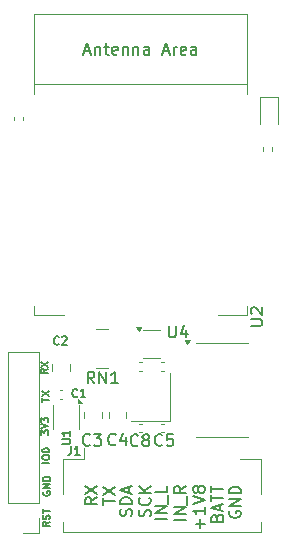
<source format=gbr>
%TF.GenerationSoftware,KiCad,Pcbnew,8.0.2-1*%
%TF.CreationDate,2025-02-04T16:39:29+07:00*%
%TF.ProjectId,ESP32-iPod-BLE,45535033-322d-4695-906f-642d424c452e,rev?*%
%TF.SameCoordinates,Original*%
%TF.FileFunction,Legend,Top*%
%TF.FilePolarity,Positive*%
%FSLAX46Y46*%
G04 Gerber Fmt 4.6, Leading zero omitted, Abs format (unit mm)*
G04 Created by KiCad (PCBNEW 8.0.2-1) date 2025-02-04 16:39:29*
%MOMM*%
%LPD*%
G01*
G04 APERTURE LIST*
%ADD10C,0.150000*%
%ADD11C,0.200000*%
%ADD12C,0.120000*%
G04 APERTURE END LIST*
D10*
X107278771Y-93225601D02*
X106993057Y-93425601D01*
X107278771Y-93568458D02*
X106678771Y-93568458D01*
X106678771Y-93568458D02*
X106678771Y-93339887D01*
X106678771Y-93339887D02*
X106707342Y-93282744D01*
X106707342Y-93282744D02*
X106735914Y-93254173D01*
X106735914Y-93254173D02*
X106793057Y-93225601D01*
X106793057Y-93225601D02*
X106878771Y-93225601D01*
X106878771Y-93225601D02*
X106935914Y-93254173D01*
X106935914Y-93254173D02*
X106964485Y-93282744D01*
X106964485Y-93282744D02*
X106993057Y-93339887D01*
X106993057Y-93339887D02*
X106993057Y-93568458D01*
X106678771Y-93025601D02*
X107278771Y-92625601D01*
X106678771Y-92625601D02*
X107278771Y-93025601D01*
X106778771Y-95994173D02*
X106778771Y-95651316D01*
X107378771Y-95822744D02*
X106778771Y-95822744D01*
X106778771Y-95508458D02*
X107378771Y-95108458D01*
X106778771Y-95108458D02*
X107378771Y-95508458D01*
X106728771Y-98795601D02*
X106728771Y-98424173D01*
X106728771Y-98424173D02*
X106957342Y-98624173D01*
X106957342Y-98624173D02*
X106957342Y-98538458D01*
X106957342Y-98538458D02*
X106985914Y-98481316D01*
X106985914Y-98481316D02*
X107014485Y-98452744D01*
X107014485Y-98452744D02*
X107071628Y-98424173D01*
X107071628Y-98424173D02*
X107214485Y-98424173D01*
X107214485Y-98424173D02*
X107271628Y-98452744D01*
X107271628Y-98452744D02*
X107300200Y-98481316D01*
X107300200Y-98481316D02*
X107328771Y-98538458D01*
X107328771Y-98538458D02*
X107328771Y-98709887D01*
X107328771Y-98709887D02*
X107300200Y-98767030D01*
X107300200Y-98767030D02*
X107271628Y-98795601D01*
X106728771Y-98252744D02*
X107328771Y-98052744D01*
X107328771Y-98052744D02*
X106728771Y-97852744D01*
X106728771Y-97709886D02*
X106728771Y-97338458D01*
X106728771Y-97338458D02*
X106957342Y-97538458D01*
X106957342Y-97538458D02*
X106957342Y-97452743D01*
X106957342Y-97452743D02*
X106985914Y-97395601D01*
X106985914Y-97395601D02*
X107014485Y-97367029D01*
X107014485Y-97367029D02*
X107071628Y-97338458D01*
X107071628Y-97338458D02*
X107214485Y-97338458D01*
X107214485Y-97338458D02*
X107271628Y-97367029D01*
X107271628Y-97367029D02*
X107300200Y-97395601D01*
X107300200Y-97395601D02*
X107328771Y-97452743D01*
X107328771Y-97452743D02*
X107328771Y-97624172D01*
X107328771Y-97624172D02*
X107300200Y-97681315D01*
X107300200Y-97681315D02*
X107271628Y-97709886D01*
X107408771Y-101168458D02*
X106808771Y-101168458D01*
X106808771Y-100768459D02*
X106808771Y-100654173D01*
X106808771Y-100654173D02*
X106837342Y-100597030D01*
X106837342Y-100597030D02*
X106894485Y-100539887D01*
X106894485Y-100539887D02*
X107008771Y-100511316D01*
X107008771Y-100511316D02*
X107208771Y-100511316D01*
X107208771Y-100511316D02*
X107323057Y-100539887D01*
X107323057Y-100539887D02*
X107380200Y-100597030D01*
X107380200Y-100597030D02*
X107408771Y-100654173D01*
X107408771Y-100654173D02*
X107408771Y-100768459D01*
X107408771Y-100768459D02*
X107380200Y-100825602D01*
X107380200Y-100825602D02*
X107323057Y-100882744D01*
X107323057Y-100882744D02*
X107208771Y-100911316D01*
X107208771Y-100911316D02*
X107008771Y-100911316D01*
X107008771Y-100911316D02*
X106894485Y-100882744D01*
X106894485Y-100882744D02*
X106837342Y-100825602D01*
X106837342Y-100825602D02*
X106808771Y-100768459D01*
X106808771Y-100139888D02*
X106808771Y-100082745D01*
X106808771Y-100082745D02*
X106837342Y-100025602D01*
X106837342Y-100025602D02*
X106865914Y-99997031D01*
X106865914Y-99997031D02*
X106923057Y-99968459D01*
X106923057Y-99968459D02*
X107037342Y-99939888D01*
X107037342Y-99939888D02*
X107180200Y-99939888D01*
X107180200Y-99939888D02*
X107294485Y-99968459D01*
X107294485Y-99968459D02*
X107351628Y-99997031D01*
X107351628Y-99997031D02*
X107380200Y-100025602D01*
X107380200Y-100025602D02*
X107408771Y-100082745D01*
X107408771Y-100082745D02*
X107408771Y-100139888D01*
X107408771Y-100139888D02*
X107380200Y-100197031D01*
X107380200Y-100197031D02*
X107351628Y-100225602D01*
X107351628Y-100225602D02*
X107294485Y-100254173D01*
X107294485Y-100254173D02*
X107180200Y-100282745D01*
X107180200Y-100282745D02*
X107037342Y-100282745D01*
X107037342Y-100282745D02*
X106923057Y-100254173D01*
X106923057Y-100254173D02*
X106865914Y-100225602D01*
X106865914Y-100225602D02*
X106837342Y-100197031D01*
X106837342Y-100197031D02*
X106808771Y-100139888D01*
X106887342Y-103594173D02*
X106858771Y-103651316D01*
X106858771Y-103651316D02*
X106858771Y-103737030D01*
X106858771Y-103737030D02*
X106887342Y-103822744D01*
X106887342Y-103822744D02*
X106944485Y-103879887D01*
X106944485Y-103879887D02*
X107001628Y-103908458D01*
X107001628Y-103908458D02*
X107115914Y-103937030D01*
X107115914Y-103937030D02*
X107201628Y-103937030D01*
X107201628Y-103937030D02*
X107315914Y-103908458D01*
X107315914Y-103908458D02*
X107373057Y-103879887D01*
X107373057Y-103879887D02*
X107430200Y-103822744D01*
X107430200Y-103822744D02*
X107458771Y-103737030D01*
X107458771Y-103737030D02*
X107458771Y-103679887D01*
X107458771Y-103679887D02*
X107430200Y-103594173D01*
X107430200Y-103594173D02*
X107401628Y-103565601D01*
X107401628Y-103565601D02*
X107201628Y-103565601D01*
X107201628Y-103565601D02*
X107201628Y-103679887D01*
X107458771Y-103308458D02*
X106858771Y-103308458D01*
X106858771Y-103308458D02*
X107458771Y-102965601D01*
X107458771Y-102965601D02*
X106858771Y-102965601D01*
X107458771Y-102679887D02*
X106858771Y-102679887D01*
X106858771Y-102679887D02*
X106858771Y-102537030D01*
X106858771Y-102537030D02*
X106887342Y-102451316D01*
X106887342Y-102451316D02*
X106944485Y-102394173D01*
X106944485Y-102394173D02*
X107001628Y-102365602D01*
X107001628Y-102365602D02*
X107115914Y-102337030D01*
X107115914Y-102337030D02*
X107201628Y-102337030D01*
X107201628Y-102337030D02*
X107315914Y-102365602D01*
X107315914Y-102365602D02*
X107373057Y-102394173D01*
X107373057Y-102394173D02*
X107430200Y-102451316D01*
X107430200Y-102451316D02*
X107458771Y-102537030D01*
X107458771Y-102537030D02*
X107458771Y-102679887D01*
D11*
X121603409Y-105806993D02*
X121651028Y-105664136D01*
X121651028Y-105664136D02*
X121698647Y-105616517D01*
X121698647Y-105616517D02*
X121793885Y-105568898D01*
X121793885Y-105568898D02*
X121936742Y-105568898D01*
X121936742Y-105568898D02*
X122031980Y-105616517D01*
X122031980Y-105616517D02*
X122079600Y-105664136D01*
X122079600Y-105664136D02*
X122127219Y-105759374D01*
X122127219Y-105759374D02*
X122127219Y-106140326D01*
X122127219Y-106140326D02*
X121127219Y-106140326D01*
X121127219Y-106140326D02*
X121127219Y-105806993D01*
X121127219Y-105806993D02*
X121174838Y-105711755D01*
X121174838Y-105711755D02*
X121222457Y-105664136D01*
X121222457Y-105664136D02*
X121317695Y-105616517D01*
X121317695Y-105616517D02*
X121412933Y-105616517D01*
X121412933Y-105616517D02*
X121508171Y-105664136D01*
X121508171Y-105664136D02*
X121555790Y-105711755D01*
X121555790Y-105711755D02*
X121603409Y-105806993D01*
X121603409Y-105806993D02*
X121603409Y-106140326D01*
X121841504Y-105187945D02*
X121841504Y-104711755D01*
X122127219Y-105283183D02*
X121127219Y-104949850D01*
X121127219Y-104949850D02*
X122127219Y-104616517D01*
X121127219Y-104426040D02*
X121127219Y-103854612D01*
X122127219Y-104140326D02*
X121127219Y-104140326D01*
X121127219Y-103664135D02*
X121127219Y-103092707D01*
X122127219Y-103378421D02*
X121127219Y-103378421D01*
X115939600Y-105697945D02*
X115987219Y-105555088D01*
X115987219Y-105555088D02*
X115987219Y-105316993D01*
X115987219Y-105316993D02*
X115939600Y-105221755D01*
X115939600Y-105221755D02*
X115891980Y-105174136D01*
X115891980Y-105174136D02*
X115796742Y-105126517D01*
X115796742Y-105126517D02*
X115701504Y-105126517D01*
X115701504Y-105126517D02*
X115606266Y-105174136D01*
X115606266Y-105174136D02*
X115558647Y-105221755D01*
X115558647Y-105221755D02*
X115511028Y-105316993D01*
X115511028Y-105316993D02*
X115463409Y-105507469D01*
X115463409Y-105507469D02*
X115415790Y-105602707D01*
X115415790Y-105602707D02*
X115368171Y-105650326D01*
X115368171Y-105650326D02*
X115272933Y-105697945D01*
X115272933Y-105697945D02*
X115177695Y-105697945D01*
X115177695Y-105697945D02*
X115082457Y-105650326D01*
X115082457Y-105650326D02*
X115034838Y-105602707D01*
X115034838Y-105602707D02*
X114987219Y-105507469D01*
X114987219Y-105507469D02*
X114987219Y-105269374D01*
X114987219Y-105269374D02*
X115034838Y-105126517D01*
X115891980Y-104126517D02*
X115939600Y-104174136D01*
X115939600Y-104174136D02*
X115987219Y-104316993D01*
X115987219Y-104316993D02*
X115987219Y-104412231D01*
X115987219Y-104412231D02*
X115939600Y-104555088D01*
X115939600Y-104555088D02*
X115844361Y-104650326D01*
X115844361Y-104650326D02*
X115749123Y-104697945D01*
X115749123Y-104697945D02*
X115558647Y-104745564D01*
X115558647Y-104745564D02*
X115415790Y-104745564D01*
X115415790Y-104745564D02*
X115225314Y-104697945D01*
X115225314Y-104697945D02*
X115130076Y-104650326D01*
X115130076Y-104650326D02*
X115034838Y-104555088D01*
X115034838Y-104555088D02*
X114987219Y-104412231D01*
X114987219Y-104412231D02*
X114987219Y-104316993D01*
X114987219Y-104316993D02*
X115034838Y-104174136D01*
X115034838Y-104174136D02*
X115082457Y-104126517D01*
X115987219Y-103697945D02*
X114987219Y-103697945D01*
X115987219Y-103126517D02*
X115415790Y-103555088D01*
X114987219Y-103126517D02*
X115558647Y-103697945D01*
X120196266Y-106690326D02*
X120196266Y-105928422D01*
X120577219Y-106309374D02*
X119815314Y-106309374D01*
X120577219Y-104928422D02*
X120577219Y-105499850D01*
X120577219Y-105214136D02*
X119577219Y-105214136D01*
X119577219Y-105214136D02*
X119720076Y-105309374D01*
X119720076Y-105309374D02*
X119815314Y-105404612D01*
X119815314Y-105404612D02*
X119862933Y-105499850D01*
X119577219Y-104642707D02*
X120577219Y-104309374D01*
X120577219Y-104309374D02*
X119577219Y-103976041D01*
X120005790Y-103499850D02*
X119958171Y-103595088D01*
X119958171Y-103595088D02*
X119910552Y-103642707D01*
X119910552Y-103642707D02*
X119815314Y-103690326D01*
X119815314Y-103690326D02*
X119767695Y-103690326D01*
X119767695Y-103690326D02*
X119672457Y-103642707D01*
X119672457Y-103642707D02*
X119624838Y-103595088D01*
X119624838Y-103595088D02*
X119577219Y-103499850D01*
X119577219Y-103499850D02*
X119577219Y-103309374D01*
X119577219Y-103309374D02*
X119624838Y-103214136D01*
X119624838Y-103214136D02*
X119672457Y-103166517D01*
X119672457Y-103166517D02*
X119767695Y-103118898D01*
X119767695Y-103118898D02*
X119815314Y-103118898D01*
X119815314Y-103118898D02*
X119910552Y-103166517D01*
X119910552Y-103166517D02*
X119958171Y-103214136D01*
X119958171Y-103214136D02*
X120005790Y-103309374D01*
X120005790Y-103309374D02*
X120005790Y-103499850D01*
X120005790Y-103499850D02*
X120053409Y-103595088D01*
X120053409Y-103595088D02*
X120101028Y-103642707D01*
X120101028Y-103642707D02*
X120196266Y-103690326D01*
X120196266Y-103690326D02*
X120386742Y-103690326D01*
X120386742Y-103690326D02*
X120481980Y-103642707D01*
X120481980Y-103642707D02*
X120529600Y-103595088D01*
X120529600Y-103595088D02*
X120577219Y-103499850D01*
X120577219Y-103499850D02*
X120577219Y-103309374D01*
X120577219Y-103309374D02*
X120529600Y-103214136D01*
X120529600Y-103214136D02*
X120481980Y-103166517D01*
X120481980Y-103166517D02*
X120386742Y-103118898D01*
X120386742Y-103118898D02*
X120196266Y-103118898D01*
X120196266Y-103118898D02*
X120101028Y-103166517D01*
X120101028Y-103166517D02*
X120053409Y-103214136D01*
X120053409Y-103214136D02*
X120005790Y-103309374D01*
X111977219Y-104713183D02*
X111977219Y-104141755D01*
X112977219Y-104427469D02*
X111977219Y-104427469D01*
X111977219Y-103903659D02*
X112977219Y-103236993D01*
X111977219Y-103236993D02*
X112977219Y-103903659D01*
D10*
X107448771Y-106175601D02*
X107163057Y-106375601D01*
X107448771Y-106518458D02*
X106848771Y-106518458D01*
X106848771Y-106518458D02*
X106848771Y-106289887D01*
X106848771Y-106289887D02*
X106877342Y-106232744D01*
X106877342Y-106232744D02*
X106905914Y-106204173D01*
X106905914Y-106204173D02*
X106963057Y-106175601D01*
X106963057Y-106175601D02*
X107048771Y-106175601D01*
X107048771Y-106175601D02*
X107105914Y-106204173D01*
X107105914Y-106204173D02*
X107134485Y-106232744D01*
X107134485Y-106232744D02*
X107163057Y-106289887D01*
X107163057Y-106289887D02*
X107163057Y-106518458D01*
X107420200Y-105947030D02*
X107448771Y-105861316D01*
X107448771Y-105861316D02*
X107448771Y-105718458D01*
X107448771Y-105718458D02*
X107420200Y-105661316D01*
X107420200Y-105661316D02*
X107391628Y-105632744D01*
X107391628Y-105632744D02*
X107334485Y-105604173D01*
X107334485Y-105604173D02*
X107277342Y-105604173D01*
X107277342Y-105604173D02*
X107220200Y-105632744D01*
X107220200Y-105632744D02*
X107191628Y-105661316D01*
X107191628Y-105661316D02*
X107163057Y-105718458D01*
X107163057Y-105718458D02*
X107134485Y-105832744D01*
X107134485Y-105832744D02*
X107105914Y-105889887D01*
X107105914Y-105889887D02*
X107077342Y-105918458D01*
X107077342Y-105918458D02*
X107020200Y-105947030D01*
X107020200Y-105947030D02*
X106963057Y-105947030D01*
X106963057Y-105947030D02*
X106905914Y-105918458D01*
X106905914Y-105918458D02*
X106877342Y-105889887D01*
X106877342Y-105889887D02*
X106848771Y-105832744D01*
X106848771Y-105832744D02*
X106848771Y-105689887D01*
X106848771Y-105689887D02*
X106877342Y-105604173D01*
X106848771Y-105432744D02*
X106848771Y-105089887D01*
X107448771Y-105261315D02*
X106848771Y-105261315D01*
D11*
X118987219Y-105990326D02*
X117987219Y-105990326D01*
X118987219Y-105514136D02*
X117987219Y-105514136D01*
X117987219Y-105514136D02*
X118987219Y-104942708D01*
X118987219Y-104942708D02*
X117987219Y-104942708D01*
X119082457Y-104704613D02*
X119082457Y-103942708D01*
X118987219Y-103133184D02*
X118511028Y-103466517D01*
X118987219Y-103704612D02*
X117987219Y-103704612D01*
X117987219Y-103704612D02*
X117987219Y-103323660D01*
X117987219Y-103323660D02*
X118034838Y-103228422D01*
X118034838Y-103228422D02*
X118082457Y-103180803D01*
X118082457Y-103180803D02*
X118177695Y-103133184D01*
X118177695Y-103133184D02*
X118320552Y-103133184D01*
X118320552Y-103133184D02*
X118415790Y-103180803D01*
X118415790Y-103180803D02*
X118463409Y-103228422D01*
X118463409Y-103228422D02*
X118511028Y-103323660D01*
X118511028Y-103323660D02*
X118511028Y-103704612D01*
X111427219Y-104098898D02*
X110951028Y-104432231D01*
X111427219Y-104670326D02*
X110427219Y-104670326D01*
X110427219Y-104670326D02*
X110427219Y-104289374D01*
X110427219Y-104289374D02*
X110474838Y-104194136D01*
X110474838Y-104194136D02*
X110522457Y-104146517D01*
X110522457Y-104146517D02*
X110617695Y-104098898D01*
X110617695Y-104098898D02*
X110760552Y-104098898D01*
X110760552Y-104098898D02*
X110855790Y-104146517D01*
X110855790Y-104146517D02*
X110903409Y-104194136D01*
X110903409Y-104194136D02*
X110951028Y-104289374D01*
X110951028Y-104289374D02*
X110951028Y-104670326D01*
X110427219Y-103765564D02*
X111427219Y-103098898D01*
X110427219Y-103098898D02*
X111427219Y-103765564D01*
X114359600Y-105657945D02*
X114407219Y-105515088D01*
X114407219Y-105515088D02*
X114407219Y-105276993D01*
X114407219Y-105276993D02*
X114359600Y-105181755D01*
X114359600Y-105181755D02*
X114311980Y-105134136D01*
X114311980Y-105134136D02*
X114216742Y-105086517D01*
X114216742Y-105086517D02*
X114121504Y-105086517D01*
X114121504Y-105086517D02*
X114026266Y-105134136D01*
X114026266Y-105134136D02*
X113978647Y-105181755D01*
X113978647Y-105181755D02*
X113931028Y-105276993D01*
X113931028Y-105276993D02*
X113883409Y-105467469D01*
X113883409Y-105467469D02*
X113835790Y-105562707D01*
X113835790Y-105562707D02*
X113788171Y-105610326D01*
X113788171Y-105610326D02*
X113692933Y-105657945D01*
X113692933Y-105657945D02*
X113597695Y-105657945D01*
X113597695Y-105657945D02*
X113502457Y-105610326D01*
X113502457Y-105610326D02*
X113454838Y-105562707D01*
X113454838Y-105562707D02*
X113407219Y-105467469D01*
X113407219Y-105467469D02*
X113407219Y-105229374D01*
X113407219Y-105229374D02*
X113454838Y-105086517D01*
X114407219Y-104657945D02*
X113407219Y-104657945D01*
X113407219Y-104657945D02*
X113407219Y-104419850D01*
X113407219Y-104419850D02*
X113454838Y-104276993D01*
X113454838Y-104276993D02*
X113550076Y-104181755D01*
X113550076Y-104181755D02*
X113645314Y-104134136D01*
X113645314Y-104134136D02*
X113835790Y-104086517D01*
X113835790Y-104086517D02*
X113978647Y-104086517D01*
X113978647Y-104086517D02*
X114169123Y-104134136D01*
X114169123Y-104134136D02*
X114264361Y-104181755D01*
X114264361Y-104181755D02*
X114359600Y-104276993D01*
X114359600Y-104276993D02*
X114407219Y-104419850D01*
X114407219Y-104419850D02*
X114407219Y-104657945D01*
X114121504Y-103705564D02*
X114121504Y-103229374D01*
X114407219Y-103800802D02*
X113407219Y-103467469D01*
X113407219Y-103467469D02*
X114407219Y-103134136D01*
X122674838Y-105266517D02*
X122627219Y-105361755D01*
X122627219Y-105361755D02*
X122627219Y-105504612D01*
X122627219Y-105504612D02*
X122674838Y-105647469D01*
X122674838Y-105647469D02*
X122770076Y-105742707D01*
X122770076Y-105742707D02*
X122865314Y-105790326D01*
X122865314Y-105790326D02*
X123055790Y-105837945D01*
X123055790Y-105837945D02*
X123198647Y-105837945D01*
X123198647Y-105837945D02*
X123389123Y-105790326D01*
X123389123Y-105790326D02*
X123484361Y-105742707D01*
X123484361Y-105742707D02*
X123579600Y-105647469D01*
X123579600Y-105647469D02*
X123627219Y-105504612D01*
X123627219Y-105504612D02*
X123627219Y-105409374D01*
X123627219Y-105409374D02*
X123579600Y-105266517D01*
X123579600Y-105266517D02*
X123531980Y-105218898D01*
X123531980Y-105218898D02*
X123198647Y-105218898D01*
X123198647Y-105218898D02*
X123198647Y-105409374D01*
X123627219Y-104790326D02*
X122627219Y-104790326D01*
X122627219Y-104790326D02*
X123627219Y-104218898D01*
X123627219Y-104218898D02*
X122627219Y-104218898D01*
X123627219Y-103742707D02*
X122627219Y-103742707D01*
X122627219Y-103742707D02*
X122627219Y-103504612D01*
X122627219Y-103504612D02*
X122674838Y-103361755D01*
X122674838Y-103361755D02*
X122770076Y-103266517D01*
X122770076Y-103266517D02*
X122865314Y-103218898D01*
X122865314Y-103218898D02*
X123055790Y-103171279D01*
X123055790Y-103171279D02*
X123198647Y-103171279D01*
X123198647Y-103171279D02*
X123389123Y-103218898D01*
X123389123Y-103218898D02*
X123484361Y-103266517D01*
X123484361Y-103266517D02*
X123579600Y-103361755D01*
X123579600Y-103361755D02*
X123627219Y-103504612D01*
X123627219Y-103504612D02*
X123627219Y-103742707D01*
X117347219Y-105900326D02*
X116347219Y-105900326D01*
X117347219Y-105424136D02*
X116347219Y-105424136D01*
X116347219Y-105424136D02*
X117347219Y-104852708D01*
X117347219Y-104852708D02*
X116347219Y-104852708D01*
X117442457Y-104614613D02*
X117442457Y-103852708D01*
X117347219Y-103138422D02*
X117347219Y-103614612D01*
X117347219Y-103614612D02*
X116347219Y-103614612D01*
D10*
X117538095Y-89554819D02*
X117538095Y-90364342D01*
X117538095Y-90364342D02*
X117585714Y-90459580D01*
X117585714Y-90459580D02*
X117633333Y-90507200D01*
X117633333Y-90507200D02*
X117728571Y-90554819D01*
X117728571Y-90554819D02*
X117919047Y-90554819D01*
X117919047Y-90554819D02*
X118014285Y-90507200D01*
X118014285Y-90507200D02*
X118061904Y-90459580D01*
X118061904Y-90459580D02*
X118109523Y-90364342D01*
X118109523Y-90364342D02*
X118109523Y-89554819D01*
X119014285Y-89888152D02*
X119014285Y-90554819D01*
X118776190Y-89507200D02*
X118538095Y-90221485D01*
X118538095Y-90221485D02*
X119157142Y-90221485D01*
X111219523Y-94434819D02*
X110886190Y-93958628D01*
X110648095Y-94434819D02*
X110648095Y-93434819D01*
X110648095Y-93434819D02*
X111029047Y-93434819D01*
X111029047Y-93434819D02*
X111124285Y-93482438D01*
X111124285Y-93482438D02*
X111171904Y-93530057D01*
X111171904Y-93530057D02*
X111219523Y-93625295D01*
X111219523Y-93625295D02*
X111219523Y-93768152D01*
X111219523Y-93768152D02*
X111171904Y-93863390D01*
X111171904Y-93863390D02*
X111124285Y-93911009D01*
X111124285Y-93911009D02*
X111029047Y-93958628D01*
X111029047Y-93958628D02*
X110648095Y-93958628D01*
X111648095Y-94434819D02*
X111648095Y-93434819D01*
X111648095Y-93434819D02*
X112219523Y-94434819D01*
X112219523Y-94434819D02*
X112219523Y-93434819D01*
X113219523Y-94434819D02*
X112648095Y-94434819D01*
X112933809Y-94434819D02*
X112933809Y-93434819D01*
X112933809Y-93434819D02*
X112838571Y-93577676D01*
X112838571Y-93577676D02*
X112743333Y-93672914D01*
X112743333Y-93672914D02*
X112648095Y-93720533D01*
X114913333Y-99669580D02*
X114865714Y-99717200D01*
X114865714Y-99717200D02*
X114722857Y-99764819D01*
X114722857Y-99764819D02*
X114627619Y-99764819D01*
X114627619Y-99764819D02*
X114484762Y-99717200D01*
X114484762Y-99717200D02*
X114389524Y-99621961D01*
X114389524Y-99621961D02*
X114341905Y-99526723D01*
X114341905Y-99526723D02*
X114294286Y-99336247D01*
X114294286Y-99336247D02*
X114294286Y-99193390D01*
X114294286Y-99193390D02*
X114341905Y-99002914D01*
X114341905Y-99002914D02*
X114389524Y-98907676D01*
X114389524Y-98907676D02*
X114484762Y-98812438D01*
X114484762Y-98812438D02*
X114627619Y-98764819D01*
X114627619Y-98764819D02*
X114722857Y-98764819D01*
X114722857Y-98764819D02*
X114865714Y-98812438D01*
X114865714Y-98812438D02*
X114913333Y-98860057D01*
X115484762Y-99193390D02*
X115389524Y-99145771D01*
X115389524Y-99145771D02*
X115341905Y-99098152D01*
X115341905Y-99098152D02*
X115294286Y-99002914D01*
X115294286Y-99002914D02*
X115294286Y-98955295D01*
X115294286Y-98955295D02*
X115341905Y-98860057D01*
X115341905Y-98860057D02*
X115389524Y-98812438D01*
X115389524Y-98812438D02*
X115484762Y-98764819D01*
X115484762Y-98764819D02*
X115675238Y-98764819D01*
X115675238Y-98764819D02*
X115770476Y-98812438D01*
X115770476Y-98812438D02*
X115818095Y-98860057D01*
X115818095Y-98860057D02*
X115865714Y-98955295D01*
X115865714Y-98955295D02*
X115865714Y-99002914D01*
X115865714Y-99002914D02*
X115818095Y-99098152D01*
X115818095Y-99098152D02*
X115770476Y-99145771D01*
X115770476Y-99145771D02*
X115675238Y-99193390D01*
X115675238Y-99193390D02*
X115484762Y-99193390D01*
X115484762Y-99193390D02*
X115389524Y-99241009D01*
X115389524Y-99241009D02*
X115341905Y-99288628D01*
X115341905Y-99288628D02*
X115294286Y-99383866D01*
X115294286Y-99383866D02*
X115294286Y-99574342D01*
X115294286Y-99574342D02*
X115341905Y-99669580D01*
X115341905Y-99669580D02*
X115389524Y-99717200D01*
X115389524Y-99717200D02*
X115484762Y-99764819D01*
X115484762Y-99764819D02*
X115675238Y-99764819D01*
X115675238Y-99764819D02*
X115770476Y-99717200D01*
X115770476Y-99717200D02*
X115818095Y-99669580D01*
X115818095Y-99669580D02*
X115865714Y-99574342D01*
X115865714Y-99574342D02*
X115865714Y-99383866D01*
X115865714Y-99383866D02*
X115818095Y-99288628D01*
X115818095Y-99288628D02*
X115770476Y-99241009D01*
X115770476Y-99241009D02*
X115675238Y-99193390D01*
X116963333Y-99639580D02*
X116915714Y-99687200D01*
X116915714Y-99687200D02*
X116772857Y-99734819D01*
X116772857Y-99734819D02*
X116677619Y-99734819D01*
X116677619Y-99734819D02*
X116534762Y-99687200D01*
X116534762Y-99687200D02*
X116439524Y-99591961D01*
X116439524Y-99591961D02*
X116391905Y-99496723D01*
X116391905Y-99496723D02*
X116344286Y-99306247D01*
X116344286Y-99306247D02*
X116344286Y-99163390D01*
X116344286Y-99163390D02*
X116391905Y-98972914D01*
X116391905Y-98972914D02*
X116439524Y-98877676D01*
X116439524Y-98877676D02*
X116534762Y-98782438D01*
X116534762Y-98782438D02*
X116677619Y-98734819D01*
X116677619Y-98734819D02*
X116772857Y-98734819D01*
X116772857Y-98734819D02*
X116915714Y-98782438D01*
X116915714Y-98782438D02*
X116963333Y-98830057D01*
X117868095Y-98734819D02*
X117391905Y-98734819D01*
X117391905Y-98734819D02*
X117344286Y-99211009D01*
X117344286Y-99211009D02*
X117391905Y-99163390D01*
X117391905Y-99163390D02*
X117487143Y-99115771D01*
X117487143Y-99115771D02*
X117725238Y-99115771D01*
X117725238Y-99115771D02*
X117820476Y-99163390D01*
X117820476Y-99163390D02*
X117868095Y-99211009D01*
X117868095Y-99211009D02*
X117915714Y-99306247D01*
X117915714Y-99306247D02*
X117915714Y-99544342D01*
X117915714Y-99544342D02*
X117868095Y-99639580D01*
X117868095Y-99639580D02*
X117820476Y-99687200D01*
X117820476Y-99687200D02*
X117725238Y-99734819D01*
X117725238Y-99734819D02*
X117487143Y-99734819D01*
X117487143Y-99734819D02*
X117391905Y-99687200D01*
X117391905Y-99687200D02*
X117344286Y-99639580D01*
X113023333Y-99589580D02*
X112975714Y-99637200D01*
X112975714Y-99637200D02*
X112832857Y-99684819D01*
X112832857Y-99684819D02*
X112737619Y-99684819D01*
X112737619Y-99684819D02*
X112594762Y-99637200D01*
X112594762Y-99637200D02*
X112499524Y-99541961D01*
X112499524Y-99541961D02*
X112451905Y-99446723D01*
X112451905Y-99446723D02*
X112404286Y-99256247D01*
X112404286Y-99256247D02*
X112404286Y-99113390D01*
X112404286Y-99113390D02*
X112451905Y-98922914D01*
X112451905Y-98922914D02*
X112499524Y-98827676D01*
X112499524Y-98827676D02*
X112594762Y-98732438D01*
X112594762Y-98732438D02*
X112737619Y-98684819D01*
X112737619Y-98684819D02*
X112832857Y-98684819D01*
X112832857Y-98684819D02*
X112975714Y-98732438D01*
X112975714Y-98732438D02*
X113023333Y-98780057D01*
X113880476Y-99018152D02*
X113880476Y-99684819D01*
X113642381Y-98637200D02*
X113404286Y-99351485D01*
X113404286Y-99351485D02*
X114023333Y-99351485D01*
X110843333Y-99619580D02*
X110795714Y-99667200D01*
X110795714Y-99667200D02*
X110652857Y-99714819D01*
X110652857Y-99714819D02*
X110557619Y-99714819D01*
X110557619Y-99714819D02*
X110414762Y-99667200D01*
X110414762Y-99667200D02*
X110319524Y-99571961D01*
X110319524Y-99571961D02*
X110271905Y-99476723D01*
X110271905Y-99476723D02*
X110224286Y-99286247D01*
X110224286Y-99286247D02*
X110224286Y-99143390D01*
X110224286Y-99143390D02*
X110271905Y-98952914D01*
X110271905Y-98952914D02*
X110319524Y-98857676D01*
X110319524Y-98857676D02*
X110414762Y-98762438D01*
X110414762Y-98762438D02*
X110557619Y-98714819D01*
X110557619Y-98714819D02*
X110652857Y-98714819D01*
X110652857Y-98714819D02*
X110795714Y-98762438D01*
X110795714Y-98762438D02*
X110843333Y-98810057D01*
X111176667Y-98714819D02*
X111795714Y-98714819D01*
X111795714Y-98714819D02*
X111462381Y-99095771D01*
X111462381Y-99095771D02*
X111605238Y-99095771D01*
X111605238Y-99095771D02*
X111700476Y-99143390D01*
X111700476Y-99143390D02*
X111748095Y-99191009D01*
X111748095Y-99191009D02*
X111795714Y-99286247D01*
X111795714Y-99286247D02*
X111795714Y-99524342D01*
X111795714Y-99524342D02*
X111748095Y-99619580D01*
X111748095Y-99619580D02*
X111700476Y-99667200D01*
X111700476Y-99667200D02*
X111605238Y-99714819D01*
X111605238Y-99714819D02*
X111319524Y-99714819D01*
X111319524Y-99714819D02*
X111224286Y-99667200D01*
X111224286Y-99667200D02*
X111176667Y-99619580D01*
X109266666Y-99766033D02*
X109266666Y-100266033D01*
X109266666Y-100266033D02*
X109233333Y-100366033D01*
X109233333Y-100366033D02*
X109166666Y-100432700D01*
X109166666Y-100432700D02*
X109066666Y-100466033D01*
X109066666Y-100466033D02*
X109000000Y-100466033D01*
X109966666Y-100466033D02*
X109566666Y-100466033D01*
X109766666Y-100466033D02*
X109766666Y-99766033D01*
X109766666Y-99766033D02*
X109699999Y-99866033D01*
X109699999Y-99866033D02*
X109633333Y-99932700D01*
X109633333Y-99932700D02*
X109566666Y-99966033D01*
X124454819Y-89561904D02*
X125264342Y-89561904D01*
X125264342Y-89561904D02*
X125359580Y-89514285D01*
X125359580Y-89514285D02*
X125407200Y-89466666D01*
X125407200Y-89466666D02*
X125454819Y-89371428D01*
X125454819Y-89371428D02*
X125454819Y-89180952D01*
X125454819Y-89180952D02*
X125407200Y-89085714D01*
X125407200Y-89085714D02*
X125359580Y-89038095D01*
X125359580Y-89038095D02*
X125264342Y-88990476D01*
X125264342Y-88990476D02*
X124454819Y-88990476D01*
X124550057Y-88561904D02*
X124502438Y-88514285D01*
X124502438Y-88514285D02*
X124454819Y-88419047D01*
X124454819Y-88419047D02*
X124454819Y-88180952D01*
X124454819Y-88180952D02*
X124502438Y-88085714D01*
X124502438Y-88085714D02*
X124550057Y-88038095D01*
X124550057Y-88038095D02*
X124645295Y-87990476D01*
X124645295Y-87990476D02*
X124740533Y-87990476D01*
X124740533Y-87990476D02*
X124883390Y-88038095D01*
X124883390Y-88038095D02*
X125454819Y-88609523D01*
X125454819Y-88609523D02*
X125454819Y-87990476D01*
X110388094Y-66319104D02*
X110864284Y-66319104D01*
X110292856Y-66604819D02*
X110626189Y-65604819D01*
X110626189Y-65604819D02*
X110959522Y-66604819D01*
X111292856Y-65938152D02*
X111292856Y-66604819D01*
X111292856Y-66033390D02*
X111340475Y-65985771D01*
X111340475Y-65985771D02*
X111435713Y-65938152D01*
X111435713Y-65938152D02*
X111578570Y-65938152D01*
X111578570Y-65938152D02*
X111673808Y-65985771D01*
X111673808Y-65985771D02*
X111721427Y-66081009D01*
X111721427Y-66081009D02*
X111721427Y-66604819D01*
X112054761Y-65938152D02*
X112435713Y-65938152D01*
X112197618Y-65604819D02*
X112197618Y-66461961D01*
X112197618Y-66461961D02*
X112245237Y-66557200D01*
X112245237Y-66557200D02*
X112340475Y-66604819D01*
X112340475Y-66604819D02*
X112435713Y-66604819D01*
X113149999Y-66557200D02*
X113054761Y-66604819D01*
X113054761Y-66604819D02*
X112864285Y-66604819D01*
X112864285Y-66604819D02*
X112769047Y-66557200D01*
X112769047Y-66557200D02*
X112721428Y-66461961D01*
X112721428Y-66461961D02*
X112721428Y-66081009D01*
X112721428Y-66081009D02*
X112769047Y-65985771D01*
X112769047Y-65985771D02*
X112864285Y-65938152D01*
X112864285Y-65938152D02*
X113054761Y-65938152D01*
X113054761Y-65938152D02*
X113149999Y-65985771D01*
X113149999Y-65985771D02*
X113197618Y-66081009D01*
X113197618Y-66081009D02*
X113197618Y-66176247D01*
X113197618Y-66176247D02*
X112721428Y-66271485D01*
X113626190Y-65938152D02*
X113626190Y-66604819D01*
X113626190Y-66033390D02*
X113673809Y-65985771D01*
X113673809Y-65985771D02*
X113769047Y-65938152D01*
X113769047Y-65938152D02*
X113911904Y-65938152D01*
X113911904Y-65938152D02*
X114007142Y-65985771D01*
X114007142Y-65985771D02*
X114054761Y-66081009D01*
X114054761Y-66081009D02*
X114054761Y-66604819D01*
X114530952Y-65938152D02*
X114530952Y-66604819D01*
X114530952Y-66033390D02*
X114578571Y-65985771D01*
X114578571Y-65985771D02*
X114673809Y-65938152D01*
X114673809Y-65938152D02*
X114816666Y-65938152D01*
X114816666Y-65938152D02*
X114911904Y-65985771D01*
X114911904Y-65985771D02*
X114959523Y-66081009D01*
X114959523Y-66081009D02*
X114959523Y-66604819D01*
X115864285Y-66604819D02*
X115864285Y-66081009D01*
X115864285Y-66081009D02*
X115816666Y-65985771D01*
X115816666Y-65985771D02*
X115721428Y-65938152D01*
X115721428Y-65938152D02*
X115530952Y-65938152D01*
X115530952Y-65938152D02*
X115435714Y-65985771D01*
X115864285Y-66557200D02*
X115769047Y-66604819D01*
X115769047Y-66604819D02*
X115530952Y-66604819D01*
X115530952Y-66604819D02*
X115435714Y-66557200D01*
X115435714Y-66557200D02*
X115388095Y-66461961D01*
X115388095Y-66461961D02*
X115388095Y-66366723D01*
X115388095Y-66366723D02*
X115435714Y-66271485D01*
X115435714Y-66271485D02*
X115530952Y-66223866D01*
X115530952Y-66223866D02*
X115769047Y-66223866D01*
X115769047Y-66223866D02*
X115864285Y-66176247D01*
X117054762Y-66319104D02*
X117530952Y-66319104D01*
X116959524Y-66604819D02*
X117292857Y-65604819D01*
X117292857Y-65604819D02*
X117626190Y-66604819D01*
X117959524Y-66604819D02*
X117959524Y-65938152D01*
X117959524Y-66128628D02*
X118007143Y-66033390D01*
X118007143Y-66033390D02*
X118054762Y-65985771D01*
X118054762Y-65985771D02*
X118150000Y-65938152D01*
X118150000Y-65938152D02*
X118245238Y-65938152D01*
X118959524Y-66557200D02*
X118864286Y-66604819D01*
X118864286Y-66604819D02*
X118673810Y-66604819D01*
X118673810Y-66604819D02*
X118578572Y-66557200D01*
X118578572Y-66557200D02*
X118530953Y-66461961D01*
X118530953Y-66461961D02*
X118530953Y-66081009D01*
X118530953Y-66081009D02*
X118578572Y-65985771D01*
X118578572Y-65985771D02*
X118673810Y-65938152D01*
X118673810Y-65938152D02*
X118864286Y-65938152D01*
X118864286Y-65938152D02*
X118959524Y-65985771D01*
X118959524Y-65985771D02*
X119007143Y-66081009D01*
X119007143Y-66081009D02*
X119007143Y-66176247D01*
X119007143Y-66176247D02*
X118530953Y-66271485D01*
X119864286Y-66604819D02*
X119864286Y-66081009D01*
X119864286Y-66081009D02*
X119816667Y-65985771D01*
X119816667Y-65985771D02*
X119721429Y-65938152D01*
X119721429Y-65938152D02*
X119530953Y-65938152D01*
X119530953Y-65938152D02*
X119435715Y-65985771D01*
X119864286Y-66557200D02*
X119769048Y-66604819D01*
X119769048Y-66604819D02*
X119530953Y-66604819D01*
X119530953Y-66604819D02*
X119435715Y-66557200D01*
X119435715Y-66557200D02*
X119388096Y-66461961D01*
X119388096Y-66461961D02*
X119388096Y-66366723D01*
X119388096Y-66366723D02*
X119435715Y-66271485D01*
X119435715Y-66271485D02*
X119530953Y-66223866D01*
X119530953Y-66223866D02*
X119769048Y-66223866D01*
X119769048Y-66223866D02*
X119864286Y-66176247D01*
X109793333Y-95549366D02*
X109760000Y-95582700D01*
X109760000Y-95582700D02*
X109660000Y-95616033D01*
X109660000Y-95616033D02*
X109593333Y-95616033D01*
X109593333Y-95616033D02*
X109493333Y-95582700D01*
X109493333Y-95582700D02*
X109426667Y-95516033D01*
X109426667Y-95516033D02*
X109393333Y-95449366D01*
X109393333Y-95449366D02*
X109360000Y-95316033D01*
X109360000Y-95316033D02*
X109360000Y-95216033D01*
X109360000Y-95216033D02*
X109393333Y-95082700D01*
X109393333Y-95082700D02*
X109426667Y-95016033D01*
X109426667Y-95016033D02*
X109493333Y-94949366D01*
X109493333Y-94949366D02*
X109593333Y-94916033D01*
X109593333Y-94916033D02*
X109660000Y-94916033D01*
X109660000Y-94916033D02*
X109760000Y-94949366D01*
X109760000Y-94949366D02*
X109793333Y-94982700D01*
X110460000Y-95616033D02*
X110060000Y-95616033D01*
X110260000Y-95616033D02*
X110260000Y-94916033D01*
X110260000Y-94916033D02*
X110193333Y-95016033D01*
X110193333Y-95016033D02*
X110126667Y-95082700D01*
X110126667Y-95082700D02*
X110060000Y-95116033D01*
X108486033Y-99563333D02*
X109052700Y-99563333D01*
X109052700Y-99563333D02*
X109119366Y-99530000D01*
X109119366Y-99530000D02*
X109152700Y-99496666D01*
X109152700Y-99496666D02*
X109186033Y-99430000D01*
X109186033Y-99430000D02*
X109186033Y-99296666D01*
X109186033Y-99296666D02*
X109152700Y-99230000D01*
X109152700Y-99230000D02*
X109119366Y-99196666D01*
X109119366Y-99196666D02*
X109052700Y-99163333D01*
X109052700Y-99163333D02*
X108486033Y-99163333D01*
X109186033Y-98463333D02*
X109186033Y-98863333D01*
X109186033Y-98663333D02*
X108486033Y-98663333D01*
X108486033Y-98663333D02*
X108586033Y-98730000D01*
X108586033Y-98730000D02*
X108652700Y-98796667D01*
X108652700Y-98796667D02*
X108686033Y-98863333D01*
X108223333Y-91099366D02*
X108190000Y-91132700D01*
X108190000Y-91132700D02*
X108090000Y-91166033D01*
X108090000Y-91166033D02*
X108023333Y-91166033D01*
X108023333Y-91166033D02*
X107923333Y-91132700D01*
X107923333Y-91132700D02*
X107856667Y-91066033D01*
X107856667Y-91066033D02*
X107823333Y-90999366D01*
X107823333Y-90999366D02*
X107790000Y-90866033D01*
X107790000Y-90866033D02*
X107790000Y-90766033D01*
X107790000Y-90766033D02*
X107823333Y-90632700D01*
X107823333Y-90632700D02*
X107856667Y-90566033D01*
X107856667Y-90566033D02*
X107923333Y-90499366D01*
X107923333Y-90499366D02*
X108023333Y-90466033D01*
X108023333Y-90466033D02*
X108090000Y-90466033D01*
X108090000Y-90466033D02*
X108190000Y-90499366D01*
X108190000Y-90499366D02*
X108223333Y-90532700D01*
X108490000Y-90532700D02*
X108523333Y-90499366D01*
X108523333Y-90499366D02*
X108590000Y-90466033D01*
X108590000Y-90466033D02*
X108756667Y-90466033D01*
X108756667Y-90466033D02*
X108823333Y-90499366D01*
X108823333Y-90499366D02*
X108856667Y-90532700D01*
X108856667Y-90532700D02*
X108890000Y-90599366D01*
X108890000Y-90599366D02*
X108890000Y-90666033D01*
X108890000Y-90666033D02*
X108856667Y-90766033D01*
X108856667Y-90766033D02*
X108456667Y-91166033D01*
X108456667Y-91166033D02*
X108890000Y-91166033D01*
D12*
%TO.C,U4*%
X115340000Y-89940000D02*
X116750000Y-89940000D01*
X115350000Y-92260000D02*
X116750000Y-92260000D01*
X114970000Y-89990000D02*
X114730000Y-89660000D01*
X115210000Y-89660000D01*
X114970000Y-89990000D01*
G36*
X114970000Y-89990000D02*
G01*
X114730000Y-89660000D01*
X115210000Y-89660000D01*
X114970000Y-89990000D01*
G37*
%TO.C,U3*%
X119100000Y-91090000D02*
X118860000Y-90760000D01*
X119340000Y-90760000D01*
X119100000Y-91090000D01*
G36*
X119100000Y-91090000D02*
G01*
X118860000Y-90760000D01*
X119340000Y-90760000D01*
X119100000Y-91090000D01*
G37*
X122000000Y-99010000D02*
X124200000Y-99010000D01*
X122000000Y-99010000D02*
X119800000Y-99010000D01*
X122000000Y-90990000D02*
X124200000Y-90990000D01*
X122000000Y-90990000D02*
X119800000Y-90990000D01*
%TO.C,RN1*%
X111400000Y-93180000D02*
X112400000Y-93180000D01*
X111400000Y-89820000D02*
X112400000Y-89820000D01*
%TO.C,C8*%
X115023414Y-97840000D02*
X115239086Y-97840000D01*
X115023414Y-98560000D02*
X115239086Y-98560000D01*
%TO.C,C7*%
X115227836Y-93360000D02*
X115012164Y-93360000D01*
X115227836Y-92640000D02*
X115012164Y-92640000D01*
%TO.C,C6*%
X116872164Y-93360000D02*
X117087836Y-93360000D01*
X116872164Y-92640000D02*
X117087836Y-92640000D01*
%TO.C,C5*%
X117107836Y-98560000D02*
X116892164Y-98560000D01*
X117107836Y-97840000D02*
X116892164Y-97840000D01*
%TO.C,C4*%
X112465000Y-97361253D02*
X112465000Y-96838747D01*
X113935000Y-97361253D02*
X113935000Y-96838747D01*
%TO.C,C3*%
X110364998Y-97361253D02*
X110364998Y-96838747D01*
X111834998Y-97361253D02*
X111834998Y-96838747D01*
%TO.C,J1*%
X108590000Y-100840000D02*
X110340000Y-100840000D01*
X108590000Y-103790000D02*
X108590000Y-100840000D01*
X108590000Y-106210000D02*
X108590000Y-107060000D01*
X108590000Y-107060000D02*
X125310000Y-107060000D01*
X110340000Y-100840000D02*
X110340000Y-99950000D01*
X125310000Y-100840000D02*
X123560000Y-100840000D01*
X125310000Y-103790000D02*
X125310000Y-100840000D01*
X125310000Y-107060000D02*
X125310000Y-106210000D01*
%TO.C,U2*%
X124150000Y-88650000D02*
X123400000Y-88650000D01*
X124150000Y-87900000D02*
X124150000Y-88650000D01*
X124150000Y-69090000D02*
X106150000Y-69090000D01*
X124150000Y-63150000D02*
X124150000Y-69900000D01*
X123400000Y-88650000D02*
X121650000Y-88650000D01*
X106900000Y-88650000D02*
X108650000Y-88650000D01*
X106150000Y-88650000D02*
X106900000Y-88650000D01*
X106150000Y-87900000D02*
X106150000Y-88650000D01*
X106150000Y-63150000D02*
X124150000Y-63150000D01*
X106150000Y-63150000D02*
X106150000Y-69900000D01*
%TO.C,C1*%
X108507836Y-95040000D02*
X108292164Y-95040000D01*
X108507836Y-95760000D02*
X108292164Y-95760000D01*
%TO.C,R2*%
X125520000Y-74753641D02*
X125520000Y-74446359D01*
X126280000Y-74753641D02*
X126280000Y-74446359D01*
%TO.C,R1*%
X105180000Y-72153641D02*
X105180000Y-71846359D01*
X104420000Y-72153641D02*
X104420000Y-71846359D01*
%TO.C,U1*%
X107740000Y-96300000D02*
X107740000Y-98300000D01*
X109960000Y-96300000D02*
X109960000Y-98300000D01*
X110140000Y-96060000D02*
X109860000Y-96060000D01*
X109860000Y-95780000D01*
X110140000Y-96060000D01*
G36*
X110140000Y-96060000D02*
G01*
X109860000Y-96060000D01*
X109860000Y-95780000D01*
X110140000Y-96060000D01*
G37*
%TO.C,D1*%
X126735000Y-72487501D02*
X126735000Y-70202501D01*
X126735000Y-70202501D02*
X125265000Y-70202501D01*
X125265000Y-70202501D02*
X125265000Y-72487501D01*
%TO.C,Y2*%
X114300000Y-97600000D02*
X117600000Y-97600000D01*
X117600000Y-97600000D02*
X117600000Y-93600000D01*
%TO.C,C2*%
X107665000Y-92838747D02*
X107665000Y-93361253D01*
X109135000Y-92838747D02*
X109135000Y-93361253D01*
%TO.C,J2*%
X103870000Y-104529999D02*
X103870000Y-91770000D01*
X106530000Y-91770000D02*
X103870000Y-91770000D01*
X106530000Y-104529999D02*
X103870000Y-104529999D01*
X106530000Y-104529999D02*
X106530000Y-91770000D01*
X106530000Y-105800000D02*
X106530000Y-107130000D01*
X106530000Y-107130000D02*
X105200000Y-107130000D01*
%TD*%
M02*

</source>
